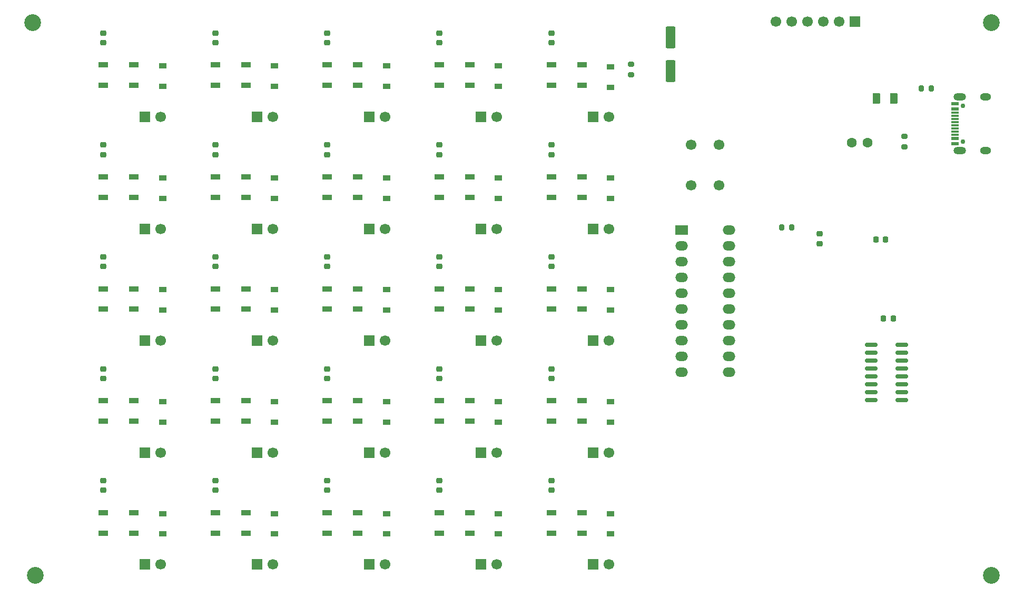
<source format=gts>
G04 #@! TF.GenerationSoftware,KiCad,Pcbnew,9.0.4*
G04 #@! TF.CreationDate,2025-10-26T21:25:07+02:00*
G04 #@! TF.ProjectId,ResumeCard,52657375-6d65-4436-9172-642e6b696361,rev?*
G04 #@! TF.SameCoordinates,Original*
G04 #@! TF.FileFunction,Soldermask,Top*
G04 #@! TF.FilePolarity,Negative*
%FSLAX46Y46*%
G04 Gerber Fmt 4.6, Leading zero omitted, Abs format (unit mm)*
G04 Created by KiCad (PCBNEW 9.0.4) date 2025-10-26 21:25:07*
%MOMM*%
%LPD*%
G01*
G04 APERTURE LIST*
G04 Aperture macros list*
%AMRoundRect*
0 Rectangle with rounded corners*
0 $1 Rounding radius*
0 $2 $3 $4 $5 $6 $7 $8 $9 X,Y pos of 4 corners*
0 Add a 4 corners polygon primitive as box body*
4,1,4,$2,$3,$4,$5,$6,$7,$8,$9,$2,$3,0*
0 Add four circle primitives for the rounded corners*
1,1,$1+$1,$2,$3*
1,1,$1+$1,$4,$5*
1,1,$1+$1,$6,$7*
1,1,$1+$1,$8,$9*
0 Add four rect primitives between the rounded corners*
20,1,$1+$1,$2,$3,$4,$5,0*
20,1,$1+$1,$4,$5,$6,$7,0*
20,1,$1+$1,$6,$7,$8,$9,0*
20,1,$1+$1,$8,$9,$2,$3,0*%
G04 Aperture macros list end*
%ADD10RoundRect,0.090000X-0.660000X-0.360000X0.660000X-0.360000X0.660000X0.360000X-0.660000X0.360000X0*%
%ADD11R,1.220000X0.910000*%
%ADD12R,1.700000X1.700000*%
%ADD13C,1.700000*%
%ADD14RoundRect,0.225000X-0.250000X0.225000X-0.250000X-0.225000X0.250000X-0.225000X0.250000X0.225000X0*%
%ADD15RoundRect,0.250000X0.550000X-1.500000X0.550000X1.500000X-0.550000X1.500000X-0.550000X-1.500000X0*%
%ADD16R,2.000000X1.500000*%
%ADD17O,2.000000X1.500000*%
%ADD18O,2.000000X1.520000*%
%ADD19RoundRect,0.200000X0.275000X-0.200000X0.275000X0.200000X-0.275000X0.200000X-0.275000X-0.200000X0*%
%ADD20C,0.750000*%
%ADD21O,2.000000X1.200000*%
%ADD22O,1.800000X1.200000*%
%ADD23C,0.010000*%
%ADD24R,1.300000X0.600000*%
%ADD25R,1.300000X0.300000*%
%ADD26C,2.700000*%
%ADD27RoundRect,0.200000X-0.200000X-0.275000X0.200000X-0.275000X0.200000X0.275000X-0.200000X0.275000X0*%
%ADD28RoundRect,0.250000X-0.375000X-0.625000X0.375000X-0.625000X0.375000X0.625000X-0.375000X0.625000X0*%
%ADD29RoundRect,0.225000X0.250000X-0.225000X0.250000X0.225000X-0.250000X0.225000X-0.250000X-0.225000X0*%
%ADD30RoundRect,0.225000X0.225000X0.250000X-0.225000X0.250000X-0.225000X-0.250000X0.225000X-0.250000X0*%
%ADD31C,1.600000*%
%ADD32RoundRect,0.200000X0.200000X0.275000X-0.200000X0.275000X-0.200000X-0.275000X0.200000X-0.275000X0*%
%ADD33RoundRect,0.200000X-0.275000X0.200000X-0.275000X-0.200000X0.275000X-0.200000X0.275000X0.200000X0*%
%ADD34RoundRect,0.150000X-0.825000X-0.150000X0.825000X-0.150000X0.825000X0.150000X-0.825000X0.150000X0*%
G04 APERTURE END LIST*
D10*
G04 #@! TO.C,D24*
X68550000Y15650000D03*
X68550000Y12350000D03*
X73450000Y12350000D03*
X73450000Y15650000D03*
G04 #@! TD*
G04 #@! TO.C,D22*
X32550000Y15650000D03*
X32550000Y12350000D03*
X37450000Y12350000D03*
X37450000Y15650000D03*
G04 #@! TD*
G04 #@! TO.C,D18*
X50550000Y33650000D03*
X50550000Y30350000D03*
X55450000Y30350000D03*
X55450000Y33650000D03*
G04 #@! TD*
G04 #@! TO.C,D4*
X68550000Y87650000D03*
X68550000Y84350000D03*
X73450000Y84350000D03*
X73450000Y87650000D03*
G04 #@! TD*
G04 #@! TO.C,D17*
X32550000Y33650000D03*
X32550000Y30350000D03*
X37450000Y30350000D03*
X37450000Y33650000D03*
G04 #@! TD*
G04 #@! TO.C,D8*
X50550000Y69650000D03*
X50550000Y66350000D03*
X55450000Y66350000D03*
X55450000Y69650000D03*
G04 #@! TD*
G04 #@! TO.C,D3*
X50550000Y87650000D03*
X50550000Y84350000D03*
X55450000Y84350000D03*
X55450000Y87650000D03*
G04 #@! TD*
G04 #@! TO.C,D12*
X32550000Y51650000D03*
X32550000Y48350000D03*
X37450000Y48350000D03*
X37450000Y51650000D03*
G04 #@! TD*
G04 #@! TO.C,D25*
X86550000Y15650000D03*
X86550000Y12350000D03*
X91450000Y12350000D03*
X91450000Y15650000D03*
G04 #@! TD*
G04 #@! TO.C,D7*
X32550000Y69650000D03*
X32550000Y66350000D03*
X37450000Y66350000D03*
X37450000Y69650000D03*
G04 #@! TD*
G04 #@! TO.C,D13*
X50550000Y51650000D03*
X50550000Y48350000D03*
X55450000Y48350000D03*
X55450000Y51650000D03*
G04 #@! TD*
G04 #@! TO.C,D9*
X68550000Y69650000D03*
X68550000Y66350000D03*
X73450000Y66350000D03*
X73450000Y69650000D03*
G04 #@! TD*
G04 #@! TO.C,D2*
X32550000Y87650000D03*
X32550000Y84350000D03*
X37450000Y84350000D03*
X37450000Y87650000D03*
G04 #@! TD*
G04 #@! TO.C,D6*
X14550000Y69650000D03*
X14550000Y66350000D03*
X19450000Y66350000D03*
X19450000Y69650000D03*
G04 #@! TD*
G04 #@! TO.C,D21*
X14550000Y15650000D03*
X14550000Y12350000D03*
X19450000Y12350000D03*
X19450000Y15650000D03*
G04 #@! TD*
G04 #@! TO.C,D19*
X68550000Y33650000D03*
X68550000Y30350000D03*
X73450000Y30350000D03*
X73450000Y33650000D03*
G04 #@! TD*
G04 #@! TO.C,D1*
X14550000Y87650000D03*
X14550000Y84350000D03*
X19450000Y84350000D03*
X19450000Y87650000D03*
G04 #@! TD*
G04 #@! TO.C,D10*
X86550000Y69650000D03*
X86550000Y66350000D03*
X91450000Y66350000D03*
X91450000Y69650000D03*
G04 #@! TD*
G04 #@! TO.C,D11*
X14550000Y51650000D03*
X14550000Y48350000D03*
X19450000Y48350000D03*
X19450000Y51650000D03*
G04 #@! TD*
G04 #@! TO.C,D16*
X14550000Y33650000D03*
X14550000Y30350000D03*
X19450000Y30350000D03*
X19450000Y33650000D03*
G04 #@! TD*
G04 #@! TO.C,D15*
X86550000Y51650000D03*
X86550000Y48350000D03*
X91450000Y48350000D03*
X91450000Y51650000D03*
G04 #@! TD*
G04 #@! TO.C,D23*
X50550000Y15650000D03*
X50550000Y12350000D03*
X55450000Y12350000D03*
X55450000Y15650000D03*
G04 #@! TD*
G04 #@! TO.C,D14*
X68550000Y51650000D03*
X68550000Y48350000D03*
X73450000Y48350000D03*
X73450000Y51650000D03*
G04 #@! TD*
G04 #@! TO.C,D5*
X86550000Y87650000D03*
X86550000Y84350000D03*
X91450000Y84350000D03*
X91450000Y87650000D03*
G04 #@! TD*
G04 #@! TO.C,D20*
X86550000Y33650000D03*
X86550000Y30350000D03*
X91450000Y30350000D03*
X91450000Y33650000D03*
G04 #@! TD*
D11*
G04 #@! TO.C,D46*
X24075000Y87490000D03*
X24075000Y84210000D03*
G04 #@! TD*
G04 #@! TO.C,D45*
X96025000Y33490000D03*
X96025000Y30210000D03*
G04 #@! TD*
G04 #@! TO.C,D42*
X96025000Y87315000D03*
X96025000Y84035000D03*
G04 #@! TD*
G04 #@! TO.C,D43*
X96025000Y69490000D03*
X96025000Y66210000D03*
G04 #@! TD*
G04 #@! TO.C,D50*
X96025000Y15490000D03*
X96025000Y12210000D03*
G04 #@! TD*
G04 #@! TO.C,D35*
X60050000Y51490000D03*
X60050000Y48210000D03*
G04 #@! TD*
G04 #@! TO.C,D34*
X60050000Y69490000D03*
X60050000Y66210000D03*
G04 #@! TD*
G04 #@! TO.C,D31*
X42062500Y51490000D03*
X42062500Y48210000D03*
G04 #@! TD*
G04 #@! TO.C,D27*
X24075000Y51490000D03*
X24075000Y48210000D03*
G04 #@! TD*
G04 #@! TO.C,D29*
X24075000Y15490000D03*
X24075000Y12210000D03*
G04 #@! TD*
G04 #@! TO.C,D28*
X24075000Y33490000D03*
X24075000Y30210000D03*
G04 #@! TD*
G04 #@! TO.C,D40*
X78037500Y33490000D03*
X78037500Y30210000D03*
G04 #@! TD*
G04 #@! TO.C,D39*
X78037500Y51490000D03*
X78037500Y48210000D03*
G04 #@! TD*
G04 #@! TO.C,D44*
X96025000Y51490000D03*
X96025000Y48210000D03*
G04 #@! TD*
G04 #@! TO.C,D37*
X60050000Y15490000D03*
X60050000Y12210000D03*
G04 #@! TD*
G04 #@! TO.C,D26*
X24075000Y69490000D03*
X24075000Y66210000D03*
G04 #@! TD*
G04 #@! TO.C,D47*
X42062500Y87490000D03*
X42062500Y84210000D03*
G04 #@! TD*
G04 #@! TO.C,D48*
X60050000Y87490000D03*
X60050000Y84210000D03*
G04 #@! TD*
G04 #@! TO.C,D33*
X42062500Y15490000D03*
X42062500Y12210000D03*
G04 #@! TD*
G04 #@! TO.C,D36*
X60050000Y33490000D03*
X60050000Y30210000D03*
G04 #@! TD*
G04 #@! TO.C,D49*
X78037500Y87490000D03*
X78037500Y84210000D03*
G04 #@! TD*
G04 #@! TO.C,D38*
X78037500Y69490000D03*
X78037500Y66210000D03*
G04 #@! TD*
G04 #@! TO.C,D41*
X78037500Y15490000D03*
X78037500Y12210000D03*
G04 #@! TD*
G04 #@! TO.C,D32*
X42062500Y33490000D03*
X42062500Y30210000D03*
G04 #@! TD*
D12*
G04 #@! TO.C,SW16*
X21250000Y25300000D03*
D13*
X23790000Y25300000D03*
G04 #@! TD*
D14*
G04 #@! TO.C,C9*
X68550000Y74775000D03*
X68550000Y73225000D03*
G04 #@! TD*
G04 #@! TO.C,C19*
X68550000Y38775000D03*
X68550000Y37225000D03*
G04 #@! TD*
D12*
G04 #@! TO.C,SW17*
X39250000Y25300000D03*
D13*
X41790000Y25300000D03*
G04 #@! TD*
D12*
G04 #@! TO.C,SW12*
X39250000Y43300000D03*
D13*
X41790000Y43300000D03*
G04 #@! TD*
D12*
G04 #@! TO.C,SW6*
X21250000Y61300000D03*
D13*
X23790000Y61300000D03*
G04 #@! TD*
D12*
G04 #@! TO.C,SW2*
X39250000Y79300000D03*
D13*
X41790000Y79300000D03*
G04 #@! TD*
D12*
G04 #@! TO.C,SW11*
X21250000Y43300000D03*
D13*
X23790000Y43300000D03*
G04 #@! TD*
D14*
G04 #@! TO.C,C22*
X32550000Y20775000D03*
X32550000Y19225000D03*
G04 #@! TD*
D15*
G04 #@! TO.C,C26*
X105750000Y86700000D03*
X105750000Y92100000D03*
G04 #@! TD*
D16*
G04 #@! TO.C,U1*
X107515000Y61090000D03*
D17*
X107515000Y58550000D03*
X107515000Y56010000D03*
X107515000Y53470000D03*
X107515000Y50930000D03*
X107515000Y48390000D03*
X107515000Y45850000D03*
X107515000Y43310000D03*
X107515000Y40770000D03*
D18*
X107515000Y38230000D03*
X115135000Y38230000D03*
X115135000Y40770000D03*
X115135000Y43310000D03*
X115135000Y45850000D03*
X115135000Y48390000D03*
X115135000Y50930000D03*
X115135000Y53470000D03*
X115135000Y56010000D03*
X115135000Y58550000D03*
X115135000Y61090000D03*
G04 #@! TD*
D14*
G04 #@! TO.C,C23*
X50550000Y20775000D03*
X50550000Y19225000D03*
G04 #@! TD*
G04 #@! TO.C,C5*
X86550000Y92775000D03*
X86550000Y91225000D03*
G04 #@! TD*
G04 #@! TO.C,C24*
X68550000Y20775000D03*
X68550000Y19225000D03*
G04 #@! TD*
D12*
G04 #@! TO.C,SW19*
X75250000Y25300000D03*
D13*
X77790000Y25300000D03*
G04 #@! TD*
D19*
G04 #@! TO.C,R2*
X99350000Y86075000D03*
X99350000Y87725000D03*
G04 #@! TD*
D14*
G04 #@! TO.C,C7*
X32550000Y74775000D03*
X32550000Y73225000D03*
G04 #@! TD*
D12*
G04 #@! TO.C,SW21*
X21250000Y7300000D03*
D13*
X23790000Y7300000D03*
G04 #@! TD*
D14*
G04 #@! TO.C,C10*
X86550000Y74775000D03*
X86550000Y73225000D03*
G04 #@! TD*
G04 #@! TO.C,C20*
X86550000Y38775000D03*
X86550000Y37225000D03*
G04 #@! TD*
G04 #@! TO.C,C21*
X14550000Y20775000D03*
X14550000Y19225000D03*
G04 #@! TD*
D20*
G04 #@! TO.C,J1*
X152700000Y75300000D03*
X152700000Y81100000D03*
D21*
X152200000Y82530000D03*
D22*
X156380000Y82530000D03*
X156380000Y73870000D03*
D23*
X150100000Y73170000D03*
D24*
X151440000Y75000000D03*
D23*
X150270000Y73560000D03*
D24*
X151440000Y75800000D03*
D25*
X151440000Y76950000D03*
X151440000Y77950000D03*
X151440000Y78450000D03*
X151440000Y79450000D03*
D24*
X151440000Y81400000D03*
X151440000Y80600000D03*
D25*
X151440000Y79950000D03*
X151440000Y78950000D03*
X151440000Y77450000D03*
X151440000Y76450000D03*
D21*
X152200000Y73870000D03*
G04 #@! TD*
D12*
G04 #@! TO.C,SW5*
X93250000Y79300000D03*
D13*
X95790000Y79300000D03*
G04 #@! TD*
G04 #@! TO.C,SW26*
X113525000Y74800000D03*
X113525000Y68300000D03*
X109025000Y74800000D03*
X109025000Y68300000D03*
G04 #@! TD*
D12*
G04 #@! TO.C,SW1*
X21250000Y79300000D03*
D13*
X23790000Y79300000D03*
G04 #@! TD*
D26*
G04 #@! TO.C,MH4*
X157240000Y5550000D03*
G04 #@! TD*
D14*
G04 #@! TO.C,C16*
X14550000Y38775000D03*
X14550000Y37225000D03*
G04 #@! TD*
D27*
G04 #@! TO.C,R4*
X145975000Y83900000D03*
X147625000Y83900000D03*
G04 #@! TD*
D12*
G04 #@! TO.C,SW23*
X57250000Y7300000D03*
D13*
X59790000Y7300000D03*
G04 #@! TD*
D12*
G04 #@! TO.C,J2*
X135350000Y94600000D03*
D13*
X132810000Y94600000D03*
X130270000Y94600000D03*
X127730000Y94600000D03*
X125190000Y94600000D03*
X122650000Y94600000D03*
G04 #@! TD*
D12*
G04 #@! TO.C,SW8*
X57250000Y61300000D03*
D13*
X59790000Y61300000D03*
G04 #@! TD*
D26*
G04 #@! TO.C,MH1*
X3200000Y94450000D03*
G04 #@! TD*
D28*
G04 #@! TO.C,F1*
X138850000Y82250000D03*
X141650000Y82250000D03*
G04 #@! TD*
D14*
G04 #@! TO.C,C8*
X50550000Y74775000D03*
X50550000Y73225000D03*
G04 #@! TD*
D12*
G04 #@! TO.C,SW4*
X75250000Y79300000D03*
D13*
X77790000Y79300000D03*
G04 #@! TD*
D14*
G04 #@! TO.C,C3*
X50550000Y92775000D03*
X50550000Y91225000D03*
G04 #@! TD*
D29*
G04 #@! TO.C,C28*
X129700000Y58925000D03*
X129700000Y60475000D03*
G04 #@! TD*
D14*
G04 #@! TO.C,C14*
X68550000Y56775000D03*
X68550000Y55225000D03*
G04 #@! TD*
D26*
G04 #@! TO.C,MH2*
X3570000Y5550000D03*
G04 #@! TD*
D12*
G04 #@! TO.C,SW7*
X39250000Y61300000D03*
D13*
X41790000Y61300000D03*
G04 #@! TD*
D30*
G04 #@! TO.C,C29*
X140275000Y59600000D03*
X138725000Y59600000D03*
G04 #@! TD*
D31*
G04 #@! TO.C,C27*
X137395000Y75115000D03*
X134855000Y75115000D03*
G04 #@! TD*
D12*
G04 #@! TO.C,SW13*
X57250000Y43300000D03*
D13*
X59790000Y43300000D03*
G04 #@! TD*
D12*
G04 #@! TO.C,SW18*
X57250000Y25300000D03*
D13*
X59790000Y25300000D03*
G04 #@! TD*
D12*
G04 #@! TO.C,SW22*
X39250000Y7300000D03*
D13*
X41790000Y7300000D03*
G04 #@! TD*
D26*
G04 #@! TO.C,MH3*
X157240000Y94450000D03*
G04 #@! TD*
D14*
G04 #@! TO.C,C17*
X32550000Y38775000D03*
X32550000Y37225000D03*
G04 #@! TD*
D12*
G04 #@! TO.C,SW3*
X57250000Y79300000D03*
D13*
X59790000Y79300000D03*
G04 #@! TD*
D12*
G04 #@! TO.C,SW20*
X93250000Y25300000D03*
D13*
X95790000Y25300000D03*
G04 #@! TD*
D14*
G04 #@! TO.C,C13*
X50550000Y56775000D03*
X50550000Y55225000D03*
G04 #@! TD*
D32*
G04 #@! TO.C,R1*
X125200000Y61500000D03*
X123550000Y61500000D03*
G04 #@! TD*
D14*
G04 #@! TO.C,C2*
X32550000Y92775000D03*
X32550000Y91225000D03*
G04 #@! TD*
D33*
G04 #@! TO.C,R3*
X143300000Y76125000D03*
X143300000Y74475000D03*
G04 #@! TD*
D14*
G04 #@! TO.C,C12*
X32550000Y56775000D03*
X32550000Y55225000D03*
G04 #@! TD*
D12*
G04 #@! TO.C,SW14*
X75250000Y43300000D03*
D13*
X77790000Y43300000D03*
G04 #@! TD*
D14*
G04 #@! TO.C,C6*
X14550000Y74775000D03*
X14550000Y73225000D03*
G04 #@! TD*
G04 #@! TO.C,C18*
X50550000Y38775000D03*
X50550000Y37225000D03*
G04 #@! TD*
D12*
G04 #@! TO.C,SW25*
X93250000Y7300000D03*
D13*
X95790000Y7300000D03*
G04 #@! TD*
D14*
G04 #@! TO.C,C25*
X86550000Y20775000D03*
X86550000Y19225000D03*
G04 #@! TD*
D34*
G04 #@! TO.C,U2*
X137950000Y42670000D03*
X137950000Y41400000D03*
X137950000Y40130000D03*
X137950000Y38860000D03*
X137950000Y37590000D03*
X137950000Y36320000D03*
X137950000Y35050000D03*
X137950000Y33780000D03*
X142900000Y33780000D03*
X142900000Y35050000D03*
X142900000Y36320000D03*
X142900000Y37590000D03*
X142900000Y38860000D03*
X142900000Y40130000D03*
X142900000Y41400000D03*
X142900000Y42670000D03*
G04 #@! TD*
D14*
G04 #@! TO.C,C1*
X14550000Y92775000D03*
X14550000Y91225000D03*
G04 #@! TD*
D30*
G04 #@! TO.C,C30*
X141500000Y46900000D03*
X139950000Y46900000D03*
G04 #@! TD*
D14*
G04 #@! TO.C,C15*
X86550000Y56775000D03*
X86550000Y55225000D03*
G04 #@! TD*
D12*
G04 #@! TO.C,SW9*
X75250000Y61300000D03*
D13*
X77790000Y61300000D03*
G04 #@! TD*
D14*
G04 #@! TO.C,C4*
X68550000Y92775000D03*
X68550000Y91225000D03*
G04 #@! TD*
D12*
G04 #@! TO.C,SW24*
X75250000Y7300000D03*
D13*
X77790000Y7300000D03*
G04 #@! TD*
D12*
G04 #@! TO.C,SW10*
X93250000Y61300000D03*
D13*
X95790000Y61300000D03*
G04 #@! TD*
D14*
G04 #@! TO.C,C11*
X14550000Y56775000D03*
X14550000Y55225000D03*
G04 #@! TD*
D12*
G04 #@! TO.C,SW15*
X93250000Y43300000D03*
D13*
X95790000Y43300000D03*
G04 #@! TD*
D11*
G04 #@! TO.C,D30*
X42062500Y69490000D03*
X42062500Y66210000D03*
G04 #@! TD*
M02*

</source>
